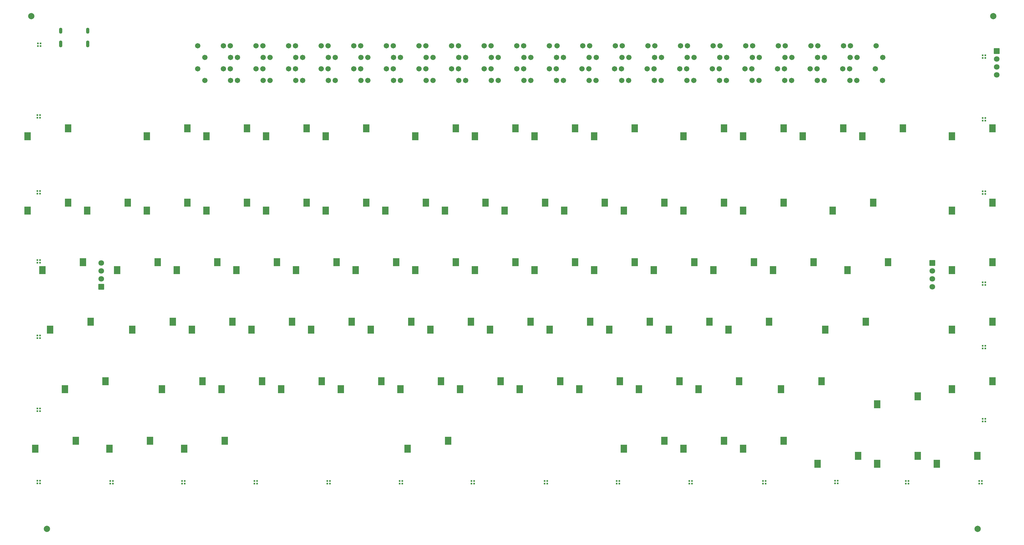
<source format=gbs>
G04 Layer: BottomSolderMaskLayer*
G04 EasyEDA Pro v2.2.36.7, 2025-02-27 19:51:26*
G04 Gerber Generator version 0.3*
G04 Scale: 100 percent, Rotated: No, Reflected: No*
G04 Dimensions in millimeters*
G04 Leading zeros omitted, absolute positions, 4 integers and 5 decimals*
G04 Panelize: V-CUT, Column: 1, Row: 1, Board Size: 327.343mm x 158.09mm, Panelized Board Size: 327.343mm x 170.091mm, Panelized Method: Only Board Outline*
%FSLAX45Y45*%
%MOMM*%
%AMRoundRect*1,1,$1,$2,$3*1,1,$1,$4,$5*1,1,$1,0-$2,0-$3*1,1,$1,0-$4,0-$5*20,1,$1,$2,$3,$4,$5,0*20,1,$1,$4,$5,0-$2,0-$3,0*20,1,$1,0-$2,0-$3,0-$4,0-$5,0*20,1,$1,0-$4,0-$5,$2,$3,0*4,1,4,$2,$3,$4,$5,0-$2,0-$3,0-$4,0-$5,$2,$3,0*%
%ADD10C,2.0*%
%ADD11C,1.7016*%
%ADD12RoundRect,0.09618X-0.85271X-0.85271X-0.85271X0.85271*%
%ADD13C,1.8016*%
%ADD14RoundRect,0.09618X0.85271X0.85271X0.85271X-0.85271*%
%ADD15O,1.10002X2.20002*%
%ADD16O,1.1029X1.90002*%
%ADD17O,1.10002X1.90002*%
%ADD18RoundRect,0.09535X-0.97733X1.20232X0.97733X1.20232*%
%ADD19RoundRect,0.0858X-0.23291X-0.23291X-0.23291X0.23291*%
%ADD20RoundRect,0.0858X0.23291X-0.23291X-0.23291X-0.23291*%
%ADD21RoundRect,0.0858X0.23291X0.23291X0.23291X-0.23291*%
G75*


G04 Panelize Start*
G54D10*
G01X360781Y15528341D03*
G01X31094945Y15528341D03*
G01X860781Y-880729D03*
G01X30594945Y-880729D03*
G04 Panelize End*

G04 Pad Start*
G54D11*
G01X6493304Y14577202D03*
G01X5673291Y14577202D03*
G01X7534704Y13840602D03*
G01X6714691Y13840602D03*
G01X9617504Y14577202D03*
G01X8797491Y14577202D03*
G01X10658904Y13840602D03*
G01X9838891Y13840602D03*
G01X12741704Y14577202D03*
G01X11921691Y14577202D03*
G01X13783104Y13840602D03*
G01X12963091Y13840602D03*
G01X15865904Y14577202D03*
G01X15045891Y14577202D03*
G01X16907304Y13840602D03*
G01X16087291Y13840602D03*
G01X19015504Y14577202D03*
G01X18195491Y14577202D03*
G01X20031504Y13840602D03*
G01X19211491Y13840602D03*
G01X21301504Y13472302D03*
G01X20481491Y13472302D03*
G01X23397004Y14208902D03*
G01X22576991Y14208902D03*
G01X24425704Y13472302D03*
G01X23605691Y13472302D03*
G01X6721904Y14208902D03*
G01X5901891Y14208902D03*
G01X7763304Y13472302D03*
G01X6943291Y13472302D03*
G01X9846104Y14208902D03*
G01X9026091Y14208902D03*
G01X10887504Y13472302D03*
G01X10067491Y13472302D03*
G01X12970304Y14208902D03*
G01X12150291Y14208902D03*
G01X14011704Y13472302D03*
G01X13191691Y13472302D03*
G01X16094504Y14208902D03*
G01X15274491Y14208902D03*
G01X17135904Y13472302D03*
G01X16315891Y13472302D03*
G01X19231404Y14208902D03*
G01X18411391Y14208902D03*
G01X20260104Y13472302D03*
G01X19440091Y13472302D03*
G01X22139704Y14577202D03*
G01X21319691Y14577202D03*
G01X23155704Y13840602D03*
G01X22335691Y13840602D03*
G01X25263904Y14577202D03*
G01X24443891Y14577202D03*
G01X26521204Y14208902D03*
G01X25701191Y14208902D03*
G01X6493304Y13840602D03*
G01X5673291Y13840602D03*
G01X8576104Y14577202D03*
G01X7756091Y14577202D03*
G01X9617504Y13840602D03*
G01X8797491Y13840602D03*
G01X11700304Y14577202D03*
G01X10880291Y14577202D03*
G01X12741704Y13840602D03*
G01X11921691Y13840602D03*
G01X14824504Y14577202D03*
G01X14004491Y14577202D03*
G01X15865904Y13840602D03*
G01X15045891Y13840602D03*
G01X17974104Y14577202D03*
G01X17154091Y14577202D03*
G01X18990104Y13840602D03*
G01X18170091Y13840602D03*
G01X21098304Y14577202D03*
G01X20278291Y14577202D03*
G01X22355604Y14208902D03*
G01X21535591Y14208902D03*
G01X23384304Y13472302D03*
G01X22564291Y13472302D03*
G01X25479804Y14208902D03*
G01X24659791Y14208902D03*
G01X26279904Y13840602D03*
G01X25459891Y13840602D03*
G01X6721904Y13472302D03*
G01X5901891Y13472302D03*
G01X8804704Y14208902D03*
G01X7984691Y14208902D03*
G01X9846104Y13472302D03*
G01X9026091Y13472302D03*
G01X11928904Y14208902D03*
G01X11108891Y14208902D03*
G01X12970304Y13472302D03*
G01X12150291Y13472302D03*
G01X15053104Y14208902D03*
G01X14233091Y14208902D03*
G01X16094504Y13472302D03*
G01X15274491Y13472302D03*
G01X18177304Y14208902D03*
G01X17357291Y14208902D03*
G01X19218704Y13472302D03*
G01X18398691Y13472302D03*
G01X21314204Y14208902D03*
G01X20494191Y14208902D03*
G01X22114304Y13840602D03*
G01X21294291Y13840602D03*
G01X24222504Y14577202D03*
G01X23402491Y14577202D03*
G01X25238504Y13840602D03*
G01X24418491Y13840602D03*
G01X26508504Y13472302D03*
G01X25688491Y13472302D03*
G01X7534704Y14577202D03*
G01X6714691Y14577202D03*
G01X8576104Y13840602D03*
G01X7756091Y13840602D03*
G01X10658904Y14577202D03*
G01X9838891Y14577202D03*
G01X11700304Y13840602D03*
G01X10880291Y13840602D03*
G01X13783104Y14577202D03*
G01X12963091Y14577202D03*
G01X14824504Y13840602D03*
G01X14004491Y13840602D03*
G01X16907304Y14577202D03*
G01X16087291Y14577202D03*
G01X17948704Y13840602D03*
G01X17128691Y13840602D03*
G01X20056904Y14577202D03*
G01X19236891Y14577202D03*
G01X21072904Y13840602D03*
G01X20252891Y13840602D03*
G01X22342904Y13472302D03*
G01X21522891Y13472302D03*
G01X24438404Y14208902D03*
G01X23618391Y14208902D03*
G01X25467104Y13472302D03*
G01X24647091Y13472302D03*
G01X27346704Y14577202D03*
G01X26526691Y14577202D03*
G01X7763304Y14208902D03*
G01X6943291Y14208902D03*
G01X8804704Y13472302D03*
G01X7984691Y13472302D03*
G01X10887504Y14208902D03*
G01X10067491Y14208902D03*
G01X11928904Y13472302D03*
G01X11108891Y13472302D03*
G01X14011704Y14208902D03*
G01X13191691Y14208902D03*
G01X15053104Y13472302D03*
G01X14233091Y13472302D03*
G01X17135904Y14208902D03*
G01X16315891Y14208902D03*
G01X23181104Y14577202D03*
G01X22361091Y14577202D03*
G01X24197104Y13840602D03*
G01X23377091Y13840602D03*
G01X26305304Y14577202D03*
G01X25485291Y14577202D03*
G01X27562604Y14208902D03*
G01X26742591Y14208902D03*
G01X18177304Y13472302D03*
G01X17357291Y13472302D03*
G01X20272804Y14208902D03*
G01X19452791Y14208902D03*
G54D12*
G01X2590800Y6870700D03*
G54D13*
G01X2590800Y7124700D03*
G01X2590800Y7378700D03*
G01X2590800Y7632700D03*
G54D14*
G01X31203900Y14412100D03*
G54D13*
G01X31203900Y14158100D03*
G01X31203900Y13904100D03*
G01X31203900Y13650100D03*
G54D14*
G01X29146500Y7632700D03*
G54D13*
G01X29146500Y7378700D03*
G01X29146500Y7124700D03*
G01X29146500Y6870700D03*
G54D15*
G01X2159206Y14642899D03*
G54D17*
G01X2159206Y15060907D03*
G01X1295199Y15060907D03*
G54D15*
G01X1295199Y14642899D03*
G54D18*
G01X5346497Y11938000D03*
G01X4051503Y11684000D03*
G01X1536497Y11938000D03*
G01X241503Y11684000D03*
G01X7251497Y11938000D03*
G01X5956503Y11684000D03*
G01X9156497Y11938000D03*
G01X7861503Y11684000D03*
G01X11061497Y11938000D03*
G01X9766503Y11684000D03*
G01X13918997Y11938000D03*
G01X12624003Y11684000D03*
G01X15823997Y11938000D03*
G01X14529003Y11684000D03*
G01X17728997Y11938000D03*
G01X16434003Y11684000D03*
G01X19633997Y11938000D03*
G01X18339003Y11684000D03*
G01X22491497Y11938000D03*
G01X21196503Y11684000D03*
G01X24396497Y11938000D03*
G01X23101503Y11684000D03*
G01X26301497Y11938000D03*
G01X25006503Y11684000D03*
G01X28206497Y11938000D03*
G01X26911503Y11684000D03*
G01X1536497Y9563100D03*
G01X241503Y9309100D03*
G01X3441497Y9563100D03*
G01X2146503Y9309100D03*
G01X5346497Y9563100D03*
G01X4051503Y9309100D03*
G01X7251497Y9563100D03*
G01X5956503Y9309100D03*
G01X9156497Y9563100D03*
G01X7861503Y9309100D03*
G01X11061497Y9563100D03*
G01X9766503Y9309100D03*
G01X12966497Y9563100D03*
G01X11671503Y9309100D03*
G01X14871497Y9563100D03*
G01X13576503Y9309100D03*
G01X16776497Y9563100D03*
G01X15481503Y9309100D03*
G01X18681497Y9563100D03*
G01X17386503Y9309100D03*
G01X20586497Y9563100D03*
G01X19291503Y9309100D03*
G01X22491497Y9563100D03*
G01X21196503Y9309100D03*
G01X24396497Y9563100D03*
G01X23101503Y9309100D03*
G01X27253997Y9563100D03*
G01X25959003Y9309100D03*
G01X2012497Y7658100D03*
G01X717503Y7404100D03*
G01X4393997Y7658100D03*
G01X3099003Y7404100D03*
G01X6298997Y7658100D03*
G01X5004003Y7404100D03*
G01X8203997Y7658100D03*
G01X6909003Y7404100D03*
G01X10108997Y7658100D03*
G01X8814003Y7404100D03*
G01X12013997Y7658100D03*
G01X10719003Y7404100D03*
G01X13918997Y7658100D03*
G01X12624003Y7404100D03*
G01X15823997Y7658100D03*
G01X14529003Y7404100D03*
G01X17728997Y7658100D03*
G01X16434003Y7404100D03*
G01X19633997Y7658100D03*
G01X18339003Y7404100D03*
G01X21538997Y7658100D03*
G01X20244003Y7404100D03*
G01X23443997Y7658100D03*
G01X22149003Y7404100D03*
G01X25348997Y7658100D03*
G01X24054003Y7404100D03*
G01X27729497Y7657000D03*
G01X26434503Y7403000D03*
G01X2251497Y5753100D03*
G01X956503Y5499100D03*
G01X4876597Y5753100D03*
G01X3581603Y5499100D03*
G01X6781597Y5753100D03*
G01X5486603Y5499100D03*
G01X8686597Y5753100D03*
G01X7391603Y5499100D03*
G01X10591597Y5753100D03*
G01X9296603Y5499100D03*
G01X12496597Y5753100D03*
G01X11201603Y5499100D03*
G01X14401597Y5753100D03*
G01X13106603Y5499100D03*
G01X16306597Y5753100D03*
G01X15011603Y5499100D03*
G01X18211597Y5753100D03*
G01X16916603Y5499100D03*
G01X20116597Y5753100D03*
G01X18821603Y5499100D03*
G01X22021597Y5753100D03*
G01X20726603Y5499100D03*
G01X23926597Y5753100D03*
G01X22631603Y5499100D03*
G01X27021662Y5751233D03*
G01X25726669Y5497233D03*
G01X31063997Y5753100D03*
G01X29769003Y5499100D03*
G01X2726905Y3848100D03*
G01X1431912Y3594100D03*
G01X5829097Y3848100D03*
G01X4534103Y3594100D03*
G01X7734097Y3848100D03*
G01X6439103Y3594100D03*
G01X9639097Y3848100D03*
G01X8344103Y3594100D03*
G01X11544097Y3848100D03*
G01X10249103Y3594100D03*
G01X13449097Y3848100D03*
G01X12154103Y3594100D03*
G01X15354097Y3848100D03*
G01X14059103Y3594100D03*
G01X17259097Y3848100D03*
G01X15964103Y3594100D03*
G01X19164097Y3848100D03*
G01X17869103Y3594100D03*
G01X21069097Y3848100D03*
G01X19774103Y3594100D03*
G01X22974097Y3848100D03*
G01X21679103Y3594100D03*
G01X25602997Y3848100D03*
G01X24308003Y3594100D03*
G01X28682907Y3365500D03*
G01X27387913Y3111500D03*
G01X31063997Y3848100D03*
G01X29769003Y3594100D03*
G01X1777797Y1943100D03*
G01X482803Y1689100D03*
G01X4152697Y1943100D03*
G01X2857703Y1689100D03*
G01X6540297Y1943100D03*
G01X5245303Y1689100D03*
G01X13680735Y1943100D03*
G01X12385741Y1689100D03*
G01X20586497Y1943100D03*
G01X19291503Y1689100D03*
G01X22491497Y1943100D03*
G01X21196503Y1689100D03*
G01X24396497Y1943100D03*
G01X23101503Y1689100D03*
G01X31063997Y7658100D03*
G01X29769003Y7404100D03*
G01X31063997Y9563100D03*
G01X29769003Y9309100D03*
G01X31063997Y11938000D03*
G01X29769003Y11684000D03*
G01X26777256Y1460500D03*
G01X25482262Y1206500D03*
G01X28682472Y1460500D03*
G01X27387479Y1206500D03*
G01X30587256Y1460500D03*
G01X29292262Y1206500D03*
G54D19*
G01X567106Y14572806D03*
G01X567106Y14657794D03*
G01X652069Y14572806D03*
G01X652094Y14657794D03*
G01X554406Y12276506D03*
G01X554406Y12361494D03*
G01X639369Y12276506D03*
G01X639394Y12361494D03*
G01X554406Y9850806D03*
G01X554406Y9935794D03*
G01X639369Y9850806D03*
G01X639394Y9935794D03*
G01X554406Y7641006D03*
G01X554406Y7725994D03*
G01X639369Y7641006D03*
G01X639394Y7725994D03*
G01X554406Y5228006D03*
G01X554406Y5312994D03*
G01X639369Y5228006D03*
G01X639394Y5312994D03*
G01X554406Y2891206D03*
G01X554406Y2976194D03*
G01X639369Y2891206D03*
G01X639394Y2976194D03*
G01X554406Y579806D03*
G01X554406Y664794D03*
G01X639369Y579806D03*
G01X639394Y664794D03*
G54D20*
G01X2963494Y567106D03*
G01X2878506Y567106D03*
G01X2963494Y652069D03*
G01X2878506Y652094D03*
G01X5262194Y567106D03*
G01X5177206Y567106D03*
G01X5262194Y652069D03*
G01X5177206Y652094D03*
G01X7573594Y567106D03*
G01X7488606Y567106D03*
G01X7573594Y652069D03*
G01X7488606Y652094D03*
G01X9897694Y567106D03*
G01X9812706Y567106D03*
G01X9897694Y652069D03*
G01X9812706Y652094D03*
G01X12209094Y567106D03*
G01X12124106Y567106D03*
G01X12209094Y652069D03*
G01X12124106Y652094D03*
G01X14507794Y567106D03*
G01X14422806Y567106D03*
G01X14507794Y652069D03*
G01X14422806Y652094D03*
G01X16844594Y567106D03*
G01X16759606Y567106D03*
G01X16844594Y652069D03*
G01X16759606Y652094D03*
G01X19143294Y567106D03*
G01X19058306Y567106D03*
G01X19143294Y652069D03*
G01X19058306Y652094D03*
G01X21467394Y567106D03*
G01X21382406Y567106D03*
G01X21467394Y652069D03*
G01X21382406Y652094D03*
G01X23821942Y567098D03*
G01X23736954Y567098D03*
G01X23821942Y652061D03*
G01X23736954Y652087D03*
G01X26120642Y579798D03*
G01X26035654Y579798D03*
G01X26120642Y664761D03*
G01X26035654Y664787D03*
G01X28383846Y567113D03*
G01X28298858Y567113D03*
G01X28383846Y652076D03*
G01X28298858Y652102D03*
G01X30725694Y567106D03*
G01X30640706Y567106D03*
G01X30725694Y652069D03*
G01X30640706Y652094D03*
G54D21*
G01X30839994Y2645994D03*
G01X30839994Y2561006D03*
G01X30755031Y2645994D03*
G01X30755006Y2561006D03*
G01X30839994Y4982794D03*
G01X30839994Y4897806D03*
G01X30755031Y4982794D03*
G01X30755006Y4897806D03*
G01X30839994Y7014794D03*
G01X30839994Y6929806D03*
G01X30755031Y7014794D03*
G01X30755006Y6929806D03*
G01X30839994Y9923094D03*
G01X30839994Y9838106D03*
G01X30755031Y9923094D03*
G01X30755006Y9838106D03*
G01X30839994Y12272594D03*
G01X30839994Y12187606D03*
G01X30755031Y12272594D03*
G01X30755006Y12187606D03*
G01X30839994Y14279194D03*
G01X30839994Y14194206D03*
G01X30755031Y14279194D03*
G01X30755006Y14194206D03*
G54D11*
G01X27321307Y13840602D03*
G01X26501293Y13840602D03*
G01X27549904Y13472302D03*
G01X26729891Y13472302D03*
G04 Pad End*

M02*


</source>
